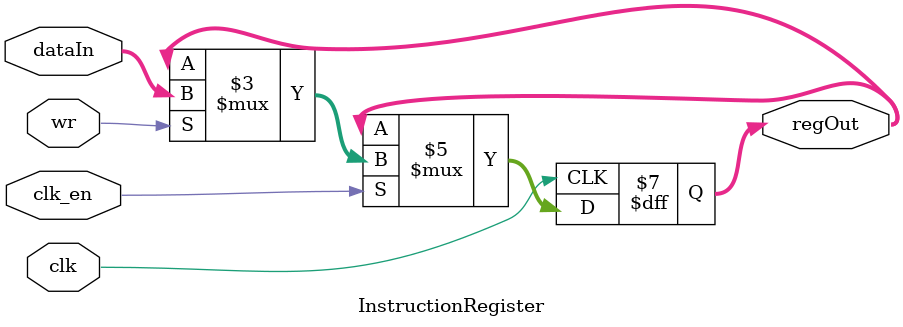
<source format=v>
`timescale 1ns / 1ps


module InstructionRegister(
    input clk,
    input clk_en,
    input wr,
    input [7:0] dataIn,
    output reg [7:0] regOut
);
    initial regOut = 8'h00;

    always @(posedge clk) begin
        if (clk_en) begin
            if (wr) regOut <= dataIn;
        end
    end
endmodule

</source>
